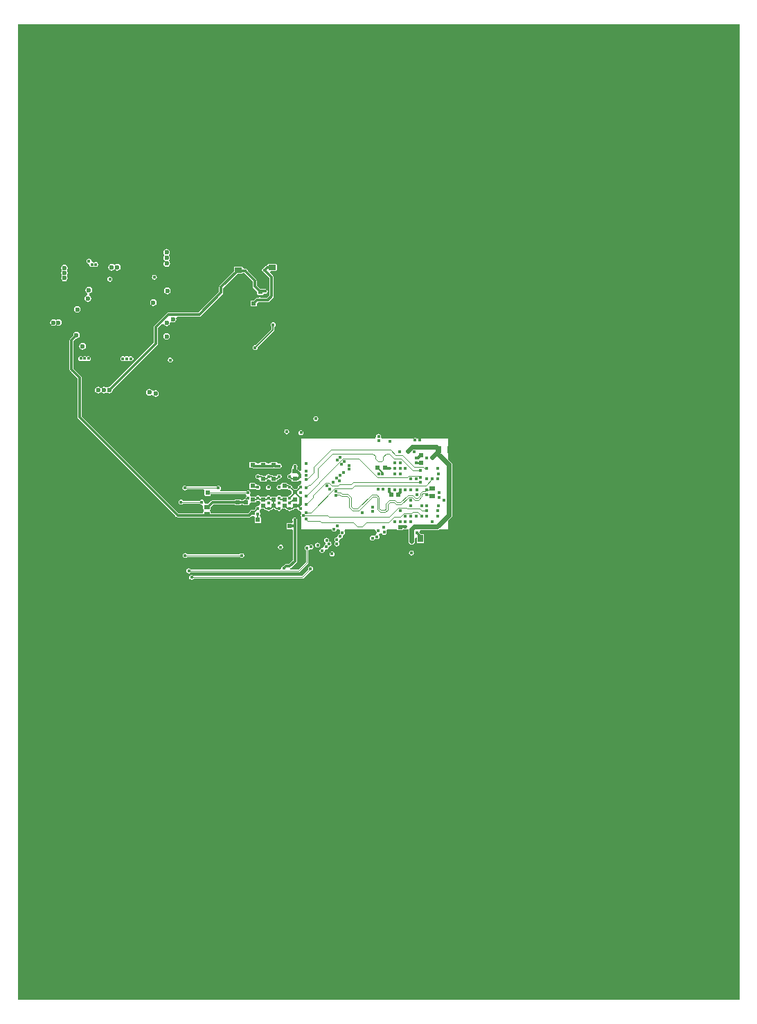
<source format=gbl>
G04 Layer_Physical_Order=6*
G04 Layer_Color=16711680*
%FSLAX43Y43*%
%MOMM*%
G71*
G01*
G75*
%ADD10R,0.510X0.560*%
%ADD13R,0.700X0.510*%
%ADD14R,0.560X0.510*%
%ADD20R,0.890X0.640*%
%ADD21R,0.640X0.890*%
%ADD24C,0.120*%
%ADD25C,0.200*%
%ADD26C,0.175*%
%ADD27C,0.100*%
%ADD28C,0.090*%
%ADD30C,0.300*%
%ADD33C,0.127*%
%ADD34C,0.130*%
%ADD36C,0.600*%
%ADD37C,0.250*%
%ADD39C,0.600*%
%ADD40C,0.400*%
G36*
X88592Y408D02*
X408D01*
Y119592D01*
X88592D01*
Y408D01*
D02*
G37*
%LPC*%
G36*
X31955Y66113D02*
X31395D01*
X31318Y66082D01*
X31305Y66048D01*
X31227Y65981D01*
X31077Y65921D01*
X31025Y65931D01*
X30973Y65921D01*
X30823Y65981D01*
X30745Y66048D01*
X30732Y66082D01*
X30655Y66113D01*
X30095D01*
X30018Y66082D01*
X30005Y66048D01*
X29927Y65981D01*
X29777Y65921D01*
X29725Y65931D01*
X29673Y65921D01*
X29523Y65981D01*
X29445Y66048D01*
X29432Y66082D01*
X29355Y66113D01*
X28795D01*
X28718Y66082D01*
X28687Y66005D01*
Y65495D01*
X28718Y65418D01*
X28795Y65387D01*
X29116D01*
X29200Y65370D01*
X29566D01*
X29608Y65342D01*
X29725Y65319D01*
X29842Y65342D01*
X29884Y65370D01*
X30250D01*
X30334Y65387D01*
X30416D01*
X30500Y65370D01*
X30866D01*
X30908Y65342D01*
X31025Y65319D01*
X31142Y65342D01*
X31184Y65370D01*
X31550D01*
X31634Y65387D01*
X31716D01*
X31800Y65370D01*
X32166D01*
X32208Y65342D01*
X32325Y65319D01*
X32442Y65342D01*
X32541Y65409D01*
X32608Y65508D01*
X32631Y65625D01*
X32608Y65742D01*
X32541Y65841D01*
X32442Y65908D01*
X32325Y65931D01*
X32273Y65921D01*
X32123Y65981D01*
X32045Y66048D01*
X32032Y66082D01*
X31955Y66113D01*
D02*
G37*
G36*
X35000Y70006D02*
X34883Y69983D01*
X34784Y69916D01*
X34717Y69817D01*
X34694Y69700D01*
X34717Y69583D01*
X34784Y69484D01*
X34883Y69417D01*
X35000Y69394D01*
X35117Y69417D01*
X35216Y69484D01*
X35283Y69583D01*
X35306Y69700D01*
X35283Y69817D01*
X35216Y69916D01*
X35117Y69983D01*
X35000Y70006D01*
D02*
G37*
G36*
X31025Y63331D02*
X30908Y63308D01*
X30809Y63241D01*
X30742Y63142D01*
X30719Y63025D01*
X30742Y62908D01*
X30809Y62809D01*
X30908Y62742D01*
X31025Y62719D01*
X31142Y62742D01*
X31241Y62809D01*
X31308Y62908D01*
X31331Y63025D01*
X31308Y63142D01*
X31241Y63241D01*
X31142Y63308D01*
X31025Y63331D01*
D02*
G37*
G36*
X32325Y64631D02*
X32208Y64608D01*
X32109Y64541D01*
X32109Y64541D01*
X32042Y64442D01*
X31955Y64438D01*
X31582D01*
X31560Y64460D01*
X31498Y64502D01*
X31425Y64516D01*
X31258D01*
X31241Y64541D01*
X31142Y64608D01*
X31025Y64631D01*
X30908Y64608D01*
X30809Y64541D01*
X30809Y64541D01*
X30742Y64442D01*
X30655Y64438D01*
X30282D01*
X30260Y64460D01*
X30198Y64502D01*
X30125Y64516D01*
X29958D01*
X29941Y64541D01*
X29842Y64608D01*
X29725Y64631D01*
X29608Y64608D01*
X29509Y64541D01*
X29442Y64442D01*
X29419Y64325D01*
X29442Y64208D01*
X29509Y64109D01*
X29608Y64042D01*
X29725Y64019D01*
X29777Y64029D01*
X29947Y63929D01*
X29987Y63887D01*
Y63820D01*
X30018Y63743D01*
X30095Y63712D01*
X30655D01*
X30732Y63743D01*
X30763Y63820D01*
Y63884D01*
X30775D01*
X30848Y63898D01*
X30910Y63940D01*
X30995Y64025D01*
X31025Y64019D01*
X31077Y64029D01*
X31247Y63929D01*
X31287Y63887D01*
Y63820D01*
X31318Y63743D01*
X31395Y63712D01*
X31955D01*
X32032Y63743D01*
X32063Y63820D01*
Y63884D01*
X32075D01*
X32148Y63898D01*
X32210Y63940D01*
X32295Y64025D01*
X32325Y64019D01*
X32442Y64042D01*
X32541Y64109D01*
X32608Y64208D01*
X32631Y64325D01*
X32608Y64442D01*
X32541Y64541D01*
X32442Y64608D01*
X32325Y64631D01*
D02*
G37*
G36*
X16450Y75033D02*
X16294Y75002D01*
X16162Y74913D01*
X16073Y74781D01*
X16042Y74625D01*
X16073Y74469D01*
X16162Y74337D01*
X16294Y74248D01*
X16450Y74217D01*
X16606Y74248D01*
X16645Y74274D01*
X16786Y74305D01*
X16914Y74221D01*
X16937Y74187D01*
X17069Y74098D01*
X17225Y74067D01*
X17381Y74098D01*
X17513Y74187D01*
X17602Y74319D01*
X17633Y74475D01*
X17602Y74631D01*
X17513Y74763D01*
X17381Y74852D01*
X17225Y74883D01*
X17069Y74852D01*
X17030Y74826D01*
X16889Y74795D01*
X16761Y74879D01*
X16738Y74913D01*
X16606Y75002D01*
X16450Y75033D01*
D02*
G37*
G36*
X19025Y78881D02*
X18908Y78858D01*
X18809Y78791D01*
X18742Y78692D01*
X18719Y78575D01*
X18742Y78458D01*
X18809Y78359D01*
X18908Y78292D01*
X19025Y78269D01*
X19142Y78292D01*
X19241Y78359D01*
X19308Y78458D01*
X19331Y78575D01*
X19308Y78692D01*
X19241Y78791D01*
X19142Y78858D01*
X19025Y78881D01*
D02*
G37*
G36*
X33250Y70131D02*
X33133Y70108D01*
X33034Y70041D01*
X32967Y69942D01*
X32944Y69825D01*
X32967Y69708D01*
X33034Y69609D01*
X33133Y69542D01*
X33250Y69519D01*
X33367Y69542D01*
X33466Y69609D01*
X33533Y69708D01*
X33556Y69825D01*
X33533Y69942D01*
X33466Y70041D01*
X33367Y70108D01*
X33250Y70131D01*
D02*
G37*
G36*
X36815Y71716D02*
X36698Y71693D01*
X36599Y71626D01*
X36533Y71527D01*
X36509Y71410D01*
X36533Y71293D01*
X36599Y71194D01*
X36698Y71127D01*
X36815Y71104D01*
X36932Y71127D01*
X37031Y71194D01*
X37098Y71293D01*
X37121Y71410D01*
X37098Y71527D01*
X37031Y71626D01*
X36932Y71693D01*
X36815Y71716D01*
D02*
G37*
G36*
X29355Y63538D02*
X28795D01*
X28718Y63507D01*
X28687Y63430D01*
Y62920D01*
X28718Y62843D01*
X28795Y62812D01*
X29355D01*
X29408Y62834D01*
X29492D01*
X29509Y62809D01*
X29608Y62742D01*
X29725Y62719D01*
X29842Y62742D01*
X29941Y62809D01*
X30008Y62908D01*
X30031Y63025D01*
X30008Y63142D01*
X29941Y63241D01*
X29842Y63308D01*
X29725Y63331D01*
X29673Y63321D01*
X29500Y63411D01*
X29452Y63456D01*
X29432Y63507D01*
X29355Y63538D01*
D02*
G37*
G36*
X48500Y55306D02*
X48383Y55283D01*
X48284Y55216D01*
X48217Y55117D01*
X48194Y55000D01*
X48217Y54883D01*
X48284Y54784D01*
X48383Y54717D01*
X48500Y54694D01*
X48617Y54717D01*
X48716Y54784D01*
X48783Y54883D01*
X48806Y55000D01*
X48783Y55117D01*
X48716Y55216D01*
X48617Y55283D01*
X48500Y55306D01*
D02*
G37*
G36*
X27750Y54981D02*
X27633Y54958D01*
X27534Y54891D01*
X27498Y54837D01*
X21077D01*
X21041Y54891D01*
X20942Y54958D01*
X20825Y54981D01*
X20708Y54958D01*
X20609Y54891D01*
X20542Y54792D01*
X20519Y54675D01*
X20542Y54558D01*
X20609Y54459D01*
X20708Y54392D01*
X20825Y54369D01*
X20942Y54392D01*
X21041Y54459D01*
X21077Y54513D01*
X27498D01*
X27534Y54459D01*
X27633Y54392D01*
X27750Y54369D01*
X27867Y54392D01*
X27966Y54459D01*
X28033Y54558D01*
X28056Y54675D01*
X28033Y54792D01*
X27966Y54891D01*
X27867Y54958D01*
X27750Y54981D01*
D02*
G37*
G36*
X36175Y53356D02*
X36058Y53333D01*
X35959Y53266D01*
X35892Y53167D01*
X35869Y53050D01*
X35882Y52986D01*
X35083Y52187D01*
X21890D01*
X21854Y52241D01*
X21755Y52308D01*
X21638Y52331D01*
X21520Y52308D01*
X21421Y52241D01*
X21355Y52142D01*
X21332Y52025D01*
X21355Y51908D01*
X21421Y51809D01*
X21520Y51742D01*
X21638Y51719D01*
X21755Y51742D01*
X21854Y51809D01*
X21890Y51863D01*
X35150D01*
X35265Y51910D01*
X36111Y52757D01*
X36175Y52744D01*
X36292Y52767D01*
X36391Y52834D01*
X36458Y52933D01*
X36481Y53050D01*
X36458Y53167D01*
X36391Y53266D01*
X36292Y53333D01*
X36175Y53356D01*
D02*
G37*
G36*
X38775Y55206D02*
X38658Y55183D01*
X38559Y55116D01*
X38492Y55017D01*
X38469Y54900D01*
X38492Y54783D01*
X38559Y54684D01*
X38658Y54617D01*
X38775Y54594D01*
X38892Y54617D01*
X38991Y54684D01*
X39058Y54783D01*
X39081Y54900D01*
X39058Y55017D01*
X38991Y55116D01*
X38892Y55183D01*
X38775Y55206D01*
D02*
G37*
G36*
X38145Y56831D02*
X38028Y56808D01*
X37929Y56741D01*
X37862Y56642D01*
X37839Y56525D01*
X37862Y56408D01*
X37929Y56309D01*
X38022Y56246D01*
X38017Y56048D01*
X37963Y56018D01*
X37864Y55951D01*
X37797Y55852D01*
X37779Y55759D01*
X37766Y55729D01*
X37587Y55599D01*
X37581Y55600D01*
X37464Y55577D01*
X37365Y55511D01*
X37298Y55411D01*
X37275Y55294D01*
X37298Y55177D01*
X37365Y55078D01*
X37464Y55012D01*
X37581Y54988D01*
X37698Y55012D01*
X37797Y55078D01*
X37863Y55177D01*
X37882Y55271D01*
X37895Y55300D01*
X38074Y55430D01*
X38080Y55429D01*
X38197Y55452D01*
X38296Y55519D01*
X38363Y55618D01*
X38386Y55735D01*
X38542Y55822D01*
X38641Y55889D01*
X38708Y55988D01*
X38731Y56105D01*
X38708Y56222D01*
X38641Y56321D01*
X38542Y56388D01*
X38428Y56410D01*
X38451Y56525D01*
X38428Y56642D01*
X38361Y56741D01*
X38262Y56808D01*
X38145Y56831D01*
D02*
G37*
G36*
X37045Y56251D02*
X36928Y56228D01*
X36829Y56161D01*
X36762Y56062D01*
X36739Y55945D01*
X36762Y55828D01*
X36829Y55729D01*
X36928Y55662D01*
X37045Y55639D01*
X37162Y55662D01*
X37261Y55729D01*
X37328Y55828D01*
X37351Y55945D01*
X37328Y56062D01*
X37261Y56161D01*
X37162Y56228D01*
X37045Y56251D01*
D02*
G37*
G36*
X32500Y56006D02*
X32383Y55983D01*
X32284Y55916D01*
X32217Y55817D01*
X32194Y55700D01*
X32217Y55583D01*
X32284Y55484D01*
X32383Y55417D01*
X32500Y55394D01*
X32617Y55417D01*
X32716Y55484D01*
X32783Y55583D01*
X32806Y55700D01*
X32783Y55817D01*
X32716Y55916D01*
X32617Y55983D01*
X32500Y56006D01*
D02*
G37*
G36*
X34250Y59356D02*
X34133Y59333D01*
X34034Y59266D01*
X33967Y59167D01*
X33944Y59050D01*
X33967Y58933D01*
X33995Y58891D01*
Y58828D01*
X33905Y58638D01*
X33345D01*
X33268Y58607D01*
X33237Y58530D01*
Y58020D01*
X33268Y57943D01*
X33345Y57912D01*
X33905D01*
X33995Y57722D01*
Y54106D01*
X33524Y53635D01*
X33155D01*
X33057Y53615D01*
X32975Y53560D01*
X32832Y53417D01*
X32783Y53408D01*
X32684Y53341D01*
X32617Y53242D01*
X32594Y53125D01*
X32437Y52928D01*
X21563D01*
X21504Y53016D01*
X21405Y53083D01*
X21288Y53106D01*
X21170Y53083D01*
X21071Y53016D01*
X21005Y52917D01*
X20982Y52800D01*
X21005Y52683D01*
X21071Y52584D01*
X21170Y52517D01*
X21288Y52494D01*
X21405Y52517D01*
X21504Y52584D01*
X21516Y52602D01*
X34690D01*
X34690Y52602D01*
X34752Y52614D01*
X34805Y52650D01*
X34928Y52772D01*
X34930Y52775D01*
X35865Y53710D01*
X35912Y53825D01*
Y55321D01*
X36097Y55449D01*
X36108Y55443D01*
X36108Y55442D01*
X36225Y55419D01*
X36342Y55442D01*
X36441Y55509D01*
X36508Y55608D01*
X36531Y55725D01*
X36508Y55842D01*
X36441Y55941D01*
X36342Y56008D01*
X36225Y56031D01*
X36108Y56008D01*
X36009Y55941D01*
X35842Y55908D01*
X35803Y55915D01*
X35750Y55937D01*
X35731Y55930D01*
X35725Y55931D01*
X35608Y55908D01*
X35509Y55841D01*
X35442Y55742D01*
X35419Y55625D01*
X35442Y55508D01*
X35509Y55409D01*
X35588Y55356D01*
Y53892D01*
X34700Y53005D01*
X34697Y53003D01*
X34622Y52928D01*
X33717D01*
X33696Y53138D01*
X33727Y53144D01*
X33810Y53200D01*
X34430Y53820D01*
X34485Y53902D01*
X34505Y54000D01*
Y58891D01*
X34533Y58933D01*
X34556Y59050D01*
X34533Y59167D01*
X34466Y59266D01*
X34367Y59333D01*
X34250Y59356D01*
D02*
G37*
G36*
X14200Y79031D02*
X14083Y79008D01*
X13984Y78941D01*
X13842Y79008D01*
X13725Y79031D01*
X13608Y79008D01*
X13475Y78955D01*
X13342Y79008D01*
X13225Y79031D01*
X13108Y79008D01*
X13009Y78941D01*
X12942Y78842D01*
X12919Y78725D01*
X12942Y78608D01*
X13009Y78509D01*
X13108Y78442D01*
X13225Y78419D01*
X13342Y78442D01*
X13475Y78495D01*
X13608Y78442D01*
X13725Y78419D01*
X13842Y78442D01*
X13941Y78509D01*
X14083Y78442D01*
X14200Y78419D01*
X14317Y78442D01*
X14416Y78509D01*
X14483Y78608D01*
X14506Y78725D01*
X14483Y78842D01*
X14416Y78941D01*
X14317Y79008D01*
X14200Y79031D01*
D02*
G37*
G36*
X18650Y87433D02*
X18494Y87402D01*
X18362Y87313D01*
X18273Y87181D01*
X18242Y87025D01*
X18273Y86869D01*
X18362Y86737D01*
X18494Y86648D01*
X18650Y86617D01*
X18806Y86648D01*
X18938Y86737D01*
X19027Y86869D01*
X19058Y87025D01*
X19027Y87181D01*
X18938Y87313D01*
X18806Y87402D01*
X18650Y87433D01*
D02*
G37*
G36*
X27795Y90003D02*
X26905D01*
X26828Y89972D01*
X26797Y89895D01*
Y89382D01*
X25070Y87655D01*
X25015Y87573D01*
X24995Y87475D01*
Y86906D01*
X22469Y84380D01*
X18775D01*
X18677Y84360D01*
X18595Y84305D01*
X17095Y82805D01*
X17040Y82723D01*
X17020Y82625D01*
Y80706D01*
X11615Y75300D01*
X11575Y75308D01*
X11419Y75277D01*
X11393Y75260D01*
X11238Y75205D01*
X11082Y75260D01*
X11056Y75277D01*
X10900Y75308D01*
X10744Y75277D01*
X10612Y75188D01*
X10488D01*
X10356Y75277D01*
X10200Y75308D01*
X10044Y75277D01*
X9912Y75188D01*
X9823Y75056D01*
X9792Y74900D01*
X9823Y74744D01*
X9912Y74612D01*
X10044Y74523D01*
X10200Y74492D01*
X10356Y74523D01*
X10488Y74612D01*
X10612D01*
X10744Y74523D01*
X10900Y74492D01*
X11056Y74523D01*
X11082Y74540D01*
X11238Y74595D01*
X11393Y74540D01*
X11419Y74523D01*
X11575Y74492D01*
X11731Y74523D01*
X11863Y74612D01*
X11952Y74744D01*
X11983Y74900D01*
X11975Y74939D01*
X17455Y80420D01*
X17510Y80502D01*
X17530Y80600D01*
Y82519D01*
X17983Y82973D01*
X18050Y82972D01*
X18230Y82922D01*
X18287Y82837D01*
X18419Y82748D01*
X18575Y82717D01*
X18731Y82748D01*
X18863Y82837D01*
X18952Y82969D01*
X18976Y83091D01*
X19088Y83169D01*
X19181Y83207D01*
X19194Y83198D01*
X19350Y83167D01*
X19506Y83198D01*
X19638Y83287D01*
X19727Y83419D01*
X19758Y83575D01*
X19741Y83660D01*
X19846Y83835D01*
X19886Y83870D01*
X22575D01*
X22673Y83890D01*
X22755Y83945D01*
X25430Y86620D01*
X25485Y86702D01*
X25505Y86800D01*
Y87369D01*
X27282Y89147D01*
X27795D01*
X27872Y89178D01*
X28072Y89174D01*
X28083Y89167D01*
X28101Y89164D01*
X29070Y88194D01*
Y87600D01*
X29090Y87502D01*
X29145Y87420D01*
X29637Y86928D01*
Y86645D01*
X29668Y86568D01*
X29745Y86537D01*
X30305D01*
X30382Y86568D01*
X30466Y86651D01*
X30623Y86669D01*
X30625Y86669D01*
X30742Y86692D01*
X30841Y86759D01*
X30908Y86858D01*
X30931Y86975D01*
X30908Y87092D01*
X30841Y87191D01*
X30742Y87258D01*
X30625Y87281D01*
X30508Y87258D01*
X30504Y87255D01*
X30325D01*
X30305Y87263D01*
X30022D01*
X29580Y87706D01*
Y88300D01*
X29560Y88398D01*
X29505Y88480D01*
X28499Y89487D01*
X28483Y89567D01*
X28416Y89666D01*
X28317Y89733D01*
X28200Y89756D01*
X28113Y89739D01*
X28004Y89783D01*
X27903Y89847D01*
Y89895D01*
X27872Y89972D01*
X27795Y90003D01*
D02*
G37*
G36*
X12550Y90308D02*
X12394Y90277D01*
X12262Y90188D01*
X12138D01*
X12006Y90277D01*
X11850Y90308D01*
X11694Y90277D01*
X11562Y90188D01*
X11473Y90056D01*
X11442Y89900D01*
X11473Y89744D01*
X11562Y89612D01*
X11694Y89523D01*
X11850Y89492D01*
X12006Y89523D01*
X12138Y89612D01*
X12262D01*
X12394Y89523D01*
X12550Y89492D01*
X12706Y89523D01*
X12838Y89612D01*
X12927Y89744D01*
X12958Y89900D01*
X12927Y90056D01*
X12838Y90188D01*
X12706Y90277D01*
X12550Y90308D01*
D02*
G37*
G36*
X31920Y90328D02*
X31030D01*
X30953Y90297D01*
X30922Y90220D01*
Y90155D01*
X30875D01*
X30777Y90135D01*
X30695Y90080D01*
X30482Y89867D01*
X30433Y89858D01*
X30334Y89791D01*
X30267Y89692D01*
X30244Y89575D01*
X30267Y89458D01*
X30334Y89359D01*
X30433Y89292D01*
X30482Y89283D01*
X31145Y88619D01*
Y86481D01*
X30844Y86180D01*
X30109D01*
X30067Y86208D01*
X29950Y86231D01*
X29833Y86208D01*
X29791Y86180D01*
X29650D01*
X29552Y86160D01*
X29470Y86105D01*
X29203Y85838D01*
X28920D01*
X28843Y85807D01*
X28812Y85730D01*
Y85220D01*
X28843Y85143D01*
X28920Y85112D01*
X29480D01*
X29557Y85143D01*
X29588Y85220D01*
Y85503D01*
X29756Y85670D01*
X29791D01*
X29833Y85642D01*
X29950Y85619D01*
X30067Y85642D01*
X30109Y85670D01*
X30950D01*
X31048Y85690D01*
X31130Y85745D01*
X31580Y86195D01*
X31635Y86277D01*
X31655Y86375D01*
Y88725D01*
X31635Y88823D01*
X31580Y88905D01*
X31224Y89262D01*
X31311Y89472D01*
X31920D01*
X31997Y89503D01*
X32028Y89580D01*
Y90220D01*
X31997Y90297D01*
X31920Y90328D01*
D02*
G37*
G36*
X11625Y88756D02*
X11508Y88733D01*
X11409Y88666D01*
X11342Y88567D01*
X11319Y88450D01*
X11342Y88333D01*
X11409Y88234D01*
X11508Y88167D01*
X11625Y88144D01*
X11742Y88167D01*
X11841Y88234D01*
X11908Y88333D01*
X11931Y88450D01*
X11908Y88567D01*
X11841Y88666D01*
X11742Y88733D01*
X11625Y88756D01*
D02*
G37*
G36*
X18575Y92158D02*
X18419Y92127D01*
X18287Y92038D01*
X18198Y91906D01*
X18167Y91750D01*
X18198Y91594D01*
X18287Y91462D01*
Y91338D01*
X18198Y91206D01*
X18167Y91050D01*
X18198Y90894D01*
X18235Y90839D01*
X18312Y90638D01*
X18223Y90506D01*
X18192Y90350D01*
X18223Y90194D01*
X18312Y90062D01*
X18444Y89973D01*
X18600Y89942D01*
X18756Y89973D01*
X18888Y90062D01*
X18977Y90194D01*
X19008Y90350D01*
X18977Y90506D01*
X18940Y90561D01*
X18863Y90762D01*
X18952Y90894D01*
X18983Y91050D01*
X18952Y91206D01*
X18863Y91338D01*
Y91462D01*
X18952Y91594D01*
X18983Y91750D01*
X18952Y91906D01*
X18863Y92038D01*
X18731Y92127D01*
X18575Y92158D01*
D02*
G37*
G36*
X9075Y90956D02*
X8958Y90933D01*
X8859Y90866D01*
X8792Y90767D01*
X8769Y90650D01*
X8792Y90533D01*
X8859Y90434D01*
X8958Y90367D01*
X9075Y90344D01*
X9164Y90148D01*
X9167Y90133D01*
X9234Y90034D01*
X9333Y89967D01*
X9450Y89944D01*
X9567Y89967D01*
X9666Y90034D01*
X9684D01*
X9783Y89967D01*
X9900Y89944D01*
X10017Y89967D01*
X10116Y90034D01*
X10183Y90133D01*
X10206Y90250D01*
X10183Y90367D01*
X10116Y90466D01*
X10017Y90533D01*
X9900Y90556D01*
X9783Y90533D01*
X9684Y90466D01*
X9666D01*
X9567Y90533D01*
X9450Y90556D01*
X9361Y90752D01*
X9358Y90767D01*
X9291Y90866D01*
X9192Y90933D01*
X9075Y90956D01*
D02*
G37*
G36*
X6075Y90233D02*
X5919Y90202D01*
X5787Y90113D01*
X5698Y89981D01*
X5667Y89825D01*
X5698Y89669D01*
X5775Y89512D01*
X5698Y89356D01*
X5667Y89200D01*
X5698Y89044D01*
X5775Y88887D01*
X5698Y88731D01*
X5667Y88575D01*
X5698Y88419D01*
X5787Y88287D01*
X5919Y88198D01*
X6075Y88167D01*
X6231Y88198D01*
X6363Y88287D01*
X6452Y88419D01*
X6483Y88575D01*
X6452Y88731D01*
X6375Y88887D01*
X6452Y89044D01*
X6483Y89200D01*
X6452Y89356D01*
X6375Y89512D01*
X6452Y89669D01*
X6483Y89825D01*
X6452Y89981D01*
X6363Y90113D01*
X6231Y90202D01*
X6075Y90233D01*
D02*
G37*
G36*
X17075Y89006D02*
X16958Y88983D01*
X16859Y88916D01*
X16792Y88817D01*
X16769Y88700D01*
X16792Y88583D01*
X16859Y88484D01*
X16958Y88417D01*
X17075Y88394D01*
X17192Y88417D01*
X17291Y88484D01*
X17358Y88583D01*
X17381Y88700D01*
X17358Y88817D01*
X17291Y88916D01*
X17192Y88983D01*
X17075Y89006D01*
D02*
G37*
G36*
X31575Y83181D02*
X31458Y83158D01*
X31359Y83091D01*
X31292Y82992D01*
X31269Y82875D01*
X31292Y82758D01*
X31359Y82659D01*
X31407Y82627D01*
Y82370D01*
X29432Y80395D01*
X29375Y80406D01*
X29258Y80383D01*
X29159Y80316D01*
X29092Y80217D01*
X29069Y80100D01*
X29092Y79983D01*
X29159Y79884D01*
X29258Y79817D01*
X29375Y79794D01*
X29492Y79817D01*
X29591Y79884D01*
X29658Y79983D01*
X29681Y80100D01*
X29670Y80157D01*
X31694Y82181D01*
X31730Y82236D01*
X31743Y82300D01*
Y82627D01*
X31791Y82659D01*
X31858Y82758D01*
X31881Y82875D01*
X31858Y82992D01*
X31791Y83091D01*
X31692Y83158D01*
X31575Y83181D01*
D02*
G37*
G36*
X18575Y81858D02*
X18419Y81827D01*
X18287Y81738D01*
X18198Y81606D01*
X18167Y81450D01*
X18198Y81294D01*
X18287Y81162D01*
X18419Y81073D01*
X18575Y81042D01*
X18731Y81073D01*
X18863Y81162D01*
X18952Y81294D01*
X18983Y81450D01*
X18952Y81606D01*
X18863Y81738D01*
X18731Y81827D01*
X18575Y81858D01*
D02*
G37*
G36*
X9000Y79081D02*
X8883Y79058D01*
X8784Y78991D01*
X8766D01*
X8667Y79058D01*
X8550Y79081D01*
X8433Y79058D01*
X8334Y78991D01*
X8291D01*
X8192Y79058D01*
X8075Y79081D01*
X7958Y79058D01*
X7859Y78991D01*
X7792Y78892D01*
X7769Y78775D01*
X7792Y78658D01*
X7859Y78559D01*
X7958Y78492D01*
X8075Y78469D01*
X8192Y78492D01*
X8312Y78549D01*
X8433Y78492D01*
X8550Y78469D01*
X8667Y78492D01*
X8775Y78554D01*
X8883Y78492D01*
X9000Y78469D01*
X9117Y78492D01*
X9216Y78559D01*
X9283Y78658D01*
X9306Y78775D01*
X9283Y78892D01*
X9216Y78991D01*
X9117Y79058D01*
X9000Y79081D01*
D02*
G37*
G36*
X8300Y80658D02*
X8144Y80627D01*
X8012Y80538D01*
X7923Y80406D01*
X7892Y80250D01*
X7923Y80094D01*
X8012Y79962D01*
X8144Y79873D01*
X8300Y79842D01*
X8456Y79873D01*
X8588Y79962D01*
X8677Y80094D01*
X8708Y80250D01*
X8677Y80406D01*
X8588Y80538D01*
X8456Y80627D01*
X8300Y80658D01*
D02*
G37*
G36*
X7550Y82008D02*
X7394Y81977D01*
X7262Y81888D01*
X7173Y81756D01*
X7142Y81600D01*
X7150Y81561D01*
X6770Y81180D01*
X6715Y81098D01*
X6695Y81000D01*
Y77425D01*
X6715Y77327D01*
X6770Y77245D01*
X7670Y76344D01*
Y71600D01*
X7690Y71502D01*
X7745Y71420D01*
X19745Y59420D01*
X19827Y59365D01*
X19925Y59345D01*
X28650D01*
X28748Y59365D01*
X28830Y59420D01*
X28922Y59512D01*
X29249D01*
X29362Y59305D01*
Y58745D01*
X29393Y58668D01*
X29470Y58637D01*
X29980D01*
X30057Y58668D01*
X30088Y58745D01*
Y59305D01*
X30057Y59382D01*
X30055Y59382D01*
X30027Y59426D01*
X29983Y59576D01*
X29983Y59622D01*
X30008Y59658D01*
X30031Y59775D01*
X30008Y59892D01*
X29949Y59980D01*
X29941Y59991D01*
Y60209D01*
X29949Y60220D01*
X30008Y60308D01*
X30095Y60412D01*
X30226Y60412D01*
X30450D01*
X30581Y60281D01*
X30581Y60281D01*
X30647Y60237D01*
X30725Y60221D01*
X30725Y60221D01*
X30800D01*
X30809Y60209D01*
X30908Y60142D01*
X31025Y60119D01*
X31142Y60142D01*
X31241Y60209D01*
X31250Y60221D01*
X31325D01*
X31403Y60237D01*
X31469Y60281D01*
X31600Y60412D01*
X31750D01*
X31881Y60281D01*
X31881Y60281D01*
X31947Y60237D01*
X32025Y60221D01*
X32025Y60221D01*
X32100D01*
X32109Y60209D01*
X32208Y60142D01*
X32325Y60119D01*
X32442Y60142D01*
X32541Y60209D01*
X32608Y60308D01*
X32695Y60412D01*
X32826Y60412D01*
X33050D01*
X33181Y60281D01*
X33181Y60281D01*
X33247Y60237D01*
X33325Y60221D01*
X33325Y60221D01*
X33400D01*
X33409Y60209D01*
X33508Y60142D01*
X33625Y60119D01*
X33742Y60142D01*
X33841Y60209D01*
X33850Y60221D01*
X33925D01*
X34003Y60237D01*
X34069Y60281D01*
X34200Y60412D01*
X34424D01*
X34555Y60412D01*
X34642Y60308D01*
X34709Y60209D01*
X34808Y60142D01*
X34925Y60119D01*
X35013Y60011D01*
X35069Y59821D01*
X35002Y59722D01*
X34979Y59605D01*
X35002Y59488D01*
X35069Y59389D01*
X35075Y59385D01*
Y57875D01*
X38749D01*
X38767Y57783D01*
X38834Y57684D01*
X38933Y57617D01*
X39050Y57594D01*
X39167Y57617D01*
X39266Y57684D01*
X39333Y57783D01*
X39351Y57875D01*
X39715D01*
X39751Y57827D01*
X39808Y57665D01*
X39772Y57612D01*
X39749Y57495D01*
X39772Y57378D01*
X39673Y57318D01*
X39574Y57251D01*
X39507Y57152D01*
X39484Y57035D01*
X39380Y56916D01*
X39263Y56893D01*
X39164Y56826D01*
X39097Y56727D01*
X39074Y56610D01*
X39097Y56493D01*
X39150Y56360D01*
X39097Y56227D01*
X39074Y56110D01*
X39097Y55993D01*
X39164Y55894D01*
X39263Y55827D01*
X39380Y55804D01*
X39497Y55827D01*
X39596Y55894D01*
X39663Y55993D01*
X39686Y56110D01*
X39663Y56227D01*
X39610Y56360D01*
X39663Y56493D01*
X39686Y56610D01*
X39790Y56729D01*
X39907Y56752D01*
X40006Y56819D01*
X40073Y56918D01*
X40096Y57035D01*
X40073Y57152D01*
X40172Y57212D01*
X40271Y57279D01*
X40338Y57378D01*
X40361Y57495D01*
X40338Y57612D01*
X40302Y57665D01*
X40359Y57827D01*
X40395Y57875D01*
X43981D01*
X44159Y57710D01*
X44182Y57593D01*
X44249Y57494D01*
X44198Y57275D01*
X44181Y57271D01*
X44082Y57205D01*
X44059Y57171D01*
X44016Y57116D01*
X43907Y57092D01*
X43812Y57080D01*
X43716Y57099D01*
X43599Y57076D01*
X43500Y57010D01*
X43434Y56911D01*
X43410Y56794D01*
X43434Y56676D01*
X43500Y56577D01*
X43599Y56511D01*
X43716Y56488D01*
X43833Y56511D01*
X43933Y56577D01*
X44068Y56665D01*
X44118Y56689D01*
X44298Y56683D01*
X44415Y56706D01*
X44514Y56772D01*
X44580Y56872D01*
X44604Y56989D01*
X44580Y57106D01*
X44547Y57156D01*
X44599Y57382D01*
X44696Y57439D01*
X44897Y57408D01*
X44964Y57308D01*
X45063Y57242D01*
X45180Y57219D01*
X45297Y57242D01*
X45396Y57308D01*
X45463Y57408D01*
X45486Y57525D01*
X45463Y57642D01*
X45447Y57665D01*
X45545Y57875D01*
X46745D01*
X46768Y57818D01*
X46845Y57787D01*
X47405D01*
X47482Y57818D01*
X47505Y57875D01*
X47745D01*
X47775Y57869D01*
X47805Y57875D01*
X48117D01*
Y56400D01*
X48148Y56244D01*
X48237Y56111D01*
X48369Y56023D01*
X48525Y55992D01*
X48681Y56023D01*
X48813Y56111D01*
X48902Y56244D01*
X48933Y56400D01*
Y56801D01*
X49143Y56913D01*
X49197Y56877D01*
Y56305D01*
X49228Y56228D01*
X49305Y56197D01*
X49945D01*
X50022Y56228D01*
X50053Y56305D01*
Y57195D01*
X50022Y57272D01*
X49945Y57303D01*
X49642D01*
X49452Y57493D01*
X49439Y57559D01*
X49490Y57668D01*
X49567Y57769D01*
X51652D01*
X51652Y57769D01*
X51808Y57800D01*
X51920Y57875D01*
X52999D01*
Y58947D01*
X53363Y59312D01*
X53363Y59312D01*
X53452Y59444D01*
X53483Y59600D01*
Y65800D01*
X53483Y65800D01*
X53452Y65956D01*
X53363Y66088D01*
X52999Y66453D01*
Y68975D01*
X49177D01*
X49166Y68991D01*
X49067Y69058D01*
X48950Y69081D01*
X48833Y69058D01*
X48734Y68991D01*
X48723Y68975D01*
X44935D01*
X44895Y69009D01*
X44789Y69185D01*
X44798Y69230D01*
X44775Y69347D01*
X44709Y69446D01*
X44610Y69513D01*
X44492Y69536D01*
X44375Y69513D01*
X44276Y69446D01*
X44210Y69347D01*
X44187Y69230D01*
X44196Y69185D01*
X44089Y69009D01*
X44049Y68975D01*
X35075Y68975D01*
X35075Y65035D01*
X34881Y64954D01*
X34705Y65130D01*
X34623Y65185D01*
X34538Y65202D01*
Y65230D01*
X34530Y65250D01*
Y65416D01*
X34558Y65458D01*
X34581Y65575D01*
X34558Y65692D01*
X34491Y65791D01*
X34392Y65858D01*
X34275Y65881D01*
X34158Y65858D01*
X34059Y65791D01*
X33992Y65692D01*
X33969Y65575D01*
X33974Y65548D01*
X33936Y65401D01*
X33843Y65307D01*
X33812Y65230D01*
Y64794D01*
X33625Y64631D01*
X33618Y64629D01*
X33508Y64608D01*
X33409Y64541D01*
X33342Y64442D01*
X33319Y64325D01*
X33342Y64208D01*
X33409Y64109D01*
X33508Y64042D01*
X33625Y64019D01*
X33655Y64025D01*
X33740Y63940D01*
X33802Y63898D01*
X33875Y63884D01*
X33887D01*
Y63820D01*
X33918Y63743D01*
X33995Y63712D01*
X34555D01*
X34632Y63743D01*
X34663Y63820D01*
Y63823D01*
X34748Y63840D01*
X34830Y63895D01*
X34865Y63930D01*
X35075Y63843D01*
Y63515D01*
X34925Y63331D01*
X34808Y63308D01*
X34709Y63241D01*
X34642Y63142D01*
X34619Y63025D01*
X34625Y62995D01*
X34418Y62788D01*
X34207D01*
X34108Y62888D01*
X34046Y62929D01*
X33931Y63025D01*
X33908Y63142D01*
X33841Y63241D01*
X33742Y63308D01*
X33625Y63331D01*
X33590Y63324D01*
X33548Y63352D01*
X33475Y63366D01*
X33363D01*
Y63430D01*
X33332Y63507D01*
X33255Y63538D01*
X32695D01*
X32618Y63507D01*
X32598Y63456D01*
X32550Y63411D01*
X32377Y63321D01*
X32325Y63331D01*
X32208Y63308D01*
X32109Y63241D01*
X32042Y63142D01*
X32019Y63025D01*
X32042Y62908D01*
X32109Y62809D01*
X32208Y62742D01*
X32325Y62719D01*
X32442Y62742D01*
X32444Y62744D01*
X32618Y62843D01*
X32695Y62812D01*
X33255D01*
X33332Y62843D01*
X33506Y62744D01*
X33508Y62742D01*
X33625Y62719D01*
X33655Y62725D01*
X33762Y62617D01*
X33824Y62576D01*
X33887Y62563D01*
Y62257D01*
X33655Y62025D01*
X33625Y62031D01*
X33508Y62008D01*
X33409Y61941D01*
X33332Y61857D01*
X33255Y61888D01*
X32695D01*
X32618Y61857D01*
X32541Y61941D01*
X32442Y62008D01*
X32325Y62031D01*
X32208Y62008D01*
X32109Y61941D01*
X32032Y61857D01*
X31955Y61888D01*
X31395D01*
X31318Y61857D01*
X31241Y61941D01*
X31142Y62008D01*
X31025Y62031D01*
X30908Y62008D01*
X30809Y61941D01*
X30732Y61857D01*
X30655Y61888D01*
X30095D01*
X30018Y61857D01*
X29941Y61941D01*
X29842Y62008D01*
X29725Y62031D01*
X29608Y62008D01*
X29509Y61941D01*
X29458Y61866D01*
X29405Y61888D01*
X28929D01*
X28761Y62038D01*
X28741Y62073D01*
Y62134D01*
X28769Y62175D01*
X28808Y62233D01*
X28831Y62350D01*
X28808Y62467D01*
X28741Y62566D01*
X28642Y62633D01*
X28525Y62656D01*
X28408Y62633D01*
X28309Y62566D01*
X28273Y62512D01*
X25168D01*
X25104Y62722D01*
X25106Y62724D01*
X25173Y62823D01*
X25196Y62940D01*
X25173Y63057D01*
X25106Y63156D01*
X25007Y63223D01*
X24890Y63246D01*
X24773Y63223D01*
X24674Y63156D01*
X24641Y63107D01*
X21056D01*
X21016Y63166D01*
X20917Y63233D01*
X20800Y63256D01*
X20683Y63233D01*
X20584Y63166D01*
X20517Y63067D01*
X20494Y62950D01*
X20517Y62833D01*
X20584Y62734D01*
X20683Y62667D01*
X20800Y62644D01*
X20917Y62667D01*
X21016Y62734D01*
X21056Y62793D01*
X23056D01*
X23056Y62793D01*
X23212Y62630D01*
X23212Y62583D01*
Y62070D01*
X23243Y61993D01*
X23320Y61962D01*
X23830D01*
X23907Y61993D01*
X23938Y62070D01*
Y62188D01*
X28273D01*
X28281Y62175D01*
X28309Y61941D01*
X28281Y61900D01*
X28242Y61842D01*
X28219Y61725D01*
X28222Y61710D01*
X28156Y61644D01*
X28112Y61578D01*
X28104Y61538D01*
X28020D01*
X27943Y61507D01*
X27912Y61430D01*
Y61430D01*
X27663D01*
Y61430D01*
X27632Y61507D01*
X27555Y61538D01*
X26995D01*
X26918Y61507D01*
X26887Y61430D01*
Y61430D01*
X24175D01*
X24077Y61410D01*
X23995Y61355D01*
X23628Y60988D01*
X23312D01*
X23297Y60996D01*
X23156Y61198D01*
X23156Y61200D01*
X23133Y61317D01*
X23066Y61416D01*
X22967Y61483D01*
X22850Y61506D01*
X22733Y61483D01*
X22634Y61416D01*
X22594Y61357D01*
X20581D01*
X20541Y61416D01*
X20442Y61483D01*
X20325Y61506D01*
X20208Y61483D01*
X20109Y61416D01*
X20042Y61317D01*
X20019Y61200D01*
X20042Y61083D01*
X20109Y60984D01*
X20208Y60917D01*
X20325Y60894D01*
X20442Y60917D01*
X20541Y60984D01*
X20581Y61043D01*
X22594D01*
X22634Y60984D01*
X22733Y60917D01*
X22839Y60896D01*
X22850Y60894D01*
X23042Y60734D01*
Y60370D01*
X23073Y60293D01*
X23101Y60282D01*
Y60068D01*
X23073Y60057D01*
X23042Y59980D01*
Y59855D01*
X20031D01*
X8180Y71706D01*
Y76450D01*
X8160Y76548D01*
X8105Y76630D01*
X7205Y77531D01*
Y80894D01*
X7510Y81200D01*
X7550Y81192D01*
X7706Y81223D01*
X7838Y81312D01*
X7927Y81444D01*
X7958Y81600D01*
X7927Y81756D01*
X7838Y81888D01*
X7706Y81977D01*
X7550Y82008D01*
D02*
G37*
G36*
X16950Y85983D02*
X16794Y85952D01*
X16662Y85863D01*
X16573Y85731D01*
X16542Y85575D01*
X16573Y85419D01*
X16662Y85287D01*
X16794Y85198D01*
X16950Y85167D01*
X17106Y85198D01*
X17238Y85287D01*
X17327Y85419D01*
X17358Y85575D01*
X17327Y85731D01*
X17238Y85863D01*
X17106Y85952D01*
X16950Y85983D01*
D02*
G37*
G36*
X9050Y87508D02*
X8894Y87477D01*
X8762Y87388D01*
X8673Y87256D01*
X8642Y87100D01*
X8673Y86944D01*
X8762Y86812D01*
X8860Y86746D01*
X8894Y86723D01*
X8905Y86713D01*
X8863Y86492D01*
X8850Y86488D01*
X8794Y86477D01*
X8662Y86388D01*
X8573Y86256D01*
X8542Y86100D01*
X8573Y85944D01*
X8662Y85812D01*
X8794Y85723D01*
X8950Y85692D01*
X9106Y85723D01*
X9238Y85812D01*
X9327Y85944D01*
X9358Y86100D01*
X9327Y86256D01*
X9238Y86388D01*
X9140Y86454D01*
X9106Y86477D01*
X9095Y86487D01*
X9137Y86709D01*
X9150Y86712D01*
X9206Y86723D01*
X9338Y86812D01*
X9427Y86944D01*
X9458Y87100D01*
X9427Y87256D01*
X9338Y87388D01*
X9206Y87477D01*
X9050Y87508D01*
D02*
G37*
G36*
X5350Y83558D02*
X5194Y83527D01*
X5037Y83450D01*
X4881Y83527D01*
X4725Y83558D01*
X4569Y83527D01*
X4437Y83438D01*
X4348Y83306D01*
X4317Y83150D01*
X4348Y82994D01*
X4437Y82862D01*
X4569Y82773D01*
X4725Y82742D01*
X4881Y82773D01*
X5037Y82850D01*
X5194Y82773D01*
X5350Y82742D01*
X5506Y82773D01*
X5638Y82862D01*
X5727Y82994D01*
X5758Y83150D01*
X5727Y83306D01*
X5638Y83438D01*
X5506Y83527D01*
X5350Y83558D01*
D02*
G37*
G36*
X7650Y85158D02*
X7494Y85127D01*
X7362Y85038D01*
X7273Y84906D01*
X7242Y84750D01*
X7273Y84594D01*
X7362Y84462D01*
X7494Y84373D01*
X7650Y84342D01*
X7806Y84373D01*
X7938Y84462D01*
X8027Y84594D01*
X8058Y84750D01*
X8027Y84906D01*
X7938Y85038D01*
X7806Y85127D01*
X7650Y85158D01*
D02*
G37*
%LPD*%
G36*
X29781Y61381D02*
X29847Y61337D01*
X29925Y61321D01*
X30018Y61124D01*
Y61107D01*
X30018Y61107D01*
X29987Y61030D01*
Y60863D01*
X29947Y60821D01*
X29777Y60721D01*
X29725Y60731D01*
X29608Y60708D01*
X29509Y60641D01*
X29442Y60542D01*
X29419Y60425D01*
X29422Y60410D01*
X29250Y60238D01*
X28845D01*
X28768Y60207D01*
X28737Y60130D01*
Y60047D01*
X28544Y59855D01*
X23958D01*
Y59980D01*
X23927Y60057D01*
X23899Y60068D01*
Y60282D01*
X23927Y60293D01*
X23958Y60370D01*
Y60598D01*
X24281Y60920D01*
X26887D01*
Y60920D01*
X26918Y60843D01*
X26995Y60812D01*
X27555D01*
X27632Y60843D01*
X27663Y60920D01*
Y60920D01*
X27912D01*
Y60920D01*
X27943Y60843D01*
X28020Y60812D01*
X28580D01*
X28657Y60843D01*
X28688Y60920D01*
Y60999D01*
X28845Y61162D01*
X29405D01*
X29482Y61193D01*
X29513Y61270D01*
Y61321D01*
X29525D01*
X29603Y61337D01*
X29669Y61381D01*
X29710Y61422D01*
X29725Y61419D01*
X29740Y61422D01*
X29781Y61381D01*
D02*
G37*
D10*
X22675Y62350D02*
D03*
X23575D02*
D03*
X45250Y65375D02*
D03*
X44350D02*
D03*
X46025Y62125D02*
D03*
X46925D02*
D03*
X33275Y64950D02*
D03*
X34175D02*
D03*
X30625Y59025D02*
D03*
X29725D02*
D03*
D13*
X51025Y62850D02*
D03*
Y61950D02*
D03*
X23500Y59725D02*
D03*
Y60625D02*
D03*
D14*
X27275Y60275D02*
D03*
Y61175D02*
D03*
X28300Y60275D02*
D03*
Y61175D02*
D03*
X47125Y58150D02*
D03*
Y57250D02*
D03*
X49675Y66000D02*
D03*
Y66900D02*
D03*
X32975Y59875D02*
D03*
Y60775D02*
D03*
X34275Y63175D02*
D03*
Y64075D02*
D03*
Y61525D02*
D03*
Y62425D02*
D03*
Y59875D02*
D03*
Y60775D02*
D03*
X31675Y62425D02*
D03*
Y61525D02*
D03*
Y59875D02*
D03*
Y60775D02*
D03*
X30375Y59875D02*
D03*
Y60775D02*
D03*
Y62425D02*
D03*
Y61525D02*
D03*
X32975Y62425D02*
D03*
Y61525D02*
D03*
X30375Y63175D02*
D03*
Y64075D02*
D03*
X29075Y64850D02*
D03*
Y65750D02*
D03*
Y64075D02*
D03*
Y63175D02*
D03*
X31675D02*
D03*
Y64075D02*
D03*
Y64850D02*
D03*
Y65750D02*
D03*
X30375Y64850D02*
D03*
Y65750D02*
D03*
X33625Y59175D02*
D03*
Y58275D02*
D03*
X29125Y60775D02*
D03*
Y59875D02*
D03*
X30025Y87800D02*
D03*
Y86900D02*
D03*
X29200Y86375D02*
D03*
Y85475D02*
D03*
X32975Y64075D02*
D03*
Y63175D02*
D03*
X29125Y62425D02*
D03*
Y61525D02*
D03*
D20*
X31475Y89900D02*
D03*
Y91300D02*
D03*
X27350Y88175D02*
D03*
Y89575D02*
D03*
D21*
X53225Y67625D02*
D03*
X51825D02*
D03*
X51025Y56750D02*
D03*
X49625D02*
D03*
D24*
X49570Y65072D02*
X49572D01*
X48674D02*
X49570D01*
X51029Y64021D02*
X51033Y64025D01*
X50254Y63246D02*
X51029Y64021D01*
X49229Y59982D02*
X49731Y59481D01*
X35587Y59132D02*
X35807Y58912D01*
X41383Y63665D02*
X49600D01*
X49792Y60137D02*
X50367D01*
X49528Y60402D02*
X49792Y60137D01*
X35302Y59592D02*
X35304Y59590D01*
X38208D01*
X35650Y60935D02*
X36480Y61765D01*
Y62020D01*
X35625Y61950D02*
X35654D01*
X37222Y63517D01*
X35625Y62950D02*
X35961Y63286D01*
X36127D01*
X35650Y63950D02*
X35700D01*
X36578Y64828D01*
Y65477D01*
X44362Y64253D02*
X47970D01*
X42058Y66557D02*
X44362Y64253D01*
X40131Y66557D02*
X42058D01*
X37222Y63517D02*
Y63647D01*
X40131Y66557D01*
X38418Y63562D02*
X38744Y63236D01*
X39488D01*
X38023Y63562D02*
X38418D01*
X41131Y63415D02*
X41383Y63667D01*
X39667Y63415D02*
X41131D01*
X39488Y63236D02*
X39667Y63415D01*
X47380Y66960D02*
X48848Y65492D01*
X46580Y66960D02*
X47380D01*
X45963Y67577D02*
X46580Y66960D01*
X38208Y59590D02*
X38381Y59417D01*
X45792D02*
X46867Y60492D01*
X47920D02*
X48011Y60402D01*
X46867Y60492D02*
X47920D01*
X47589Y59842D02*
X48528D01*
X47129Y59382D02*
X47589Y59842D01*
X46402Y59382D02*
X47129D01*
X48668Y59982D02*
X49229D01*
X48528Y59842D02*
X48668Y59982D01*
X42482Y58192D02*
X42977Y58687D01*
X42977Y58687D02*
X45707D01*
X35662Y59952D02*
X36206D01*
X45707Y58687D02*
X46402Y59382D01*
X37277Y58912D02*
X37502Y58687D01*
X35807Y58912D02*
X37277D01*
X38381Y59417D02*
X45792D01*
X37502Y58687D02*
X41392D01*
X41882Y58192D02*
X42482D01*
X41392Y58687D02*
X41882Y58192D01*
X39130Y62876D02*
X41186D01*
X41557Y63247D01*
X50252D01*
X49373Y64437D02*
X49583Y64227D01*
X48848Y65492D02*
X49917D01*
X50081Y65329D01*
X50374D01*
X36206Y59952D02*
X39130Y62876D01*
X36578Y65477D02*
X38678Y67577D01*
X46400Y66546D02*
X47199D01*
X47205Y66541D02*
X48674Y65072D01*
X36127Y63286D02*
X37031Y64190D01*
Y65336D01*
X38835Y67140D01*
X45806D02*
X46400Y66546D01*
X45055Y66759D02*
X45436Y67140D01*
X45055Y66383D02*
Y66759D01*
X44843Y66170D02*
X45055Y66383D01*
X44426Y66170D02*
X44843D01*
X44074Y66522D02*
X44426Y66170D01*
X44074Y66522D02*
Y66815D01*
X43749Y67140D02*
X44074Y66815D01*
X45436Y67140D02*
X45806D01*
X38835D02*
X43749D01*
X47970Y64253D02*
X48154Y64437D01*
X36480Y62020D02*
X38023Y63562D01*
X48011Y60402D02*
X49528D01*
X48154Y64437D02*
X49373D01*
X38678Y67577D02*
X45963D01*
X21288Y52800D02*
X21323Y52765D01*
X34690D01*
X34812Y52888D01*
D25*
X44982Y64675D02*
Y64780D01*
Y64652D02*
Y64675D01*
X31675Y62375D02*
X31725D01*
X31025D02*
X31675D01*
X29312Y86938D02*
X29325Y86950D01*
X29200Y86825D02*
X29312Y86938D01*
X34700Y60650D02*
X34925Y60425D01*
X44402Y65360D02*
X44982Y64780D01*
X29175Y62375D02*
X29725D01*
X31775Y59775D02*
X32325D01*
X33325Y60425D02*
X33625D01*
X30725D02*
X31025D01*
X29725Y62375D02*
X30325D01*
X29125Y62425D02*
X29175Y62375D01*
X29125Y61525D02*
X29525D01*
X29725Y61725D01*
X29350Y60050D02*
X29725Y60425D01*
X28300Y61500D02*
X28525Y61725D01*
X28300Y61175D02*
Y61500D01*
Y60275D02*
X28650Y60625D01*
X29125Y60775D02*
X29425Y61075D01*
X28975Y60625D02*
X29125Y60775D01*
X28650Y60625D02*
X28975D01*
X33625Y59175D02*
Y59775D01*
X29725Y61725D02*
X29925Y61525D01*
X30375D01*
X30400Y61500D02*
X30800D01*
X31025Y61725D01*
X30375Y62425D02*
Y63175D01*
X30975Y62425D02*
X31025Y62375D01*
X30375Y62425D02*
X30975D01*
X30325Y62375D02*
X30375Y62425D01*
X33925Y60425D02*
X34275Y60775D01*
X33625Y60425D02*
X33925D01*
X32975Y60775D02*
X33325Y60425D01*
X30475Y59775D02*
X31025D01*
X30375Y60775D02*
X30725Y60425D01*
X31025D02*
X31325D01*
X31675Y60775D01*
X33625Y59775D02*
X34175D01*
X33075D02*
X33625D01*
X31025D02*
X31575D01*
X32325D02*
X32875D01*
X32025Y60425D02*
X32325D01*
X31675Y60775D02*
X32025Y60425D01*
X34075Y61525D02*
X34275D01*
X33625Y61075D02*
X34075Y61525D01*
X33025Y62375D02*
X33625D01*
X32975Y62425D02*
X33025Y62375D01*
X32375Y62425D02*
X32975D01*
X32325Y62375D02*
X32375Y62425D01*
X31725Y62375D02*
X32325D01*
X31675Y62425D02*
X31725Y62375D01*
X31025Y61725D02*
X31225Y61525D01*
X31675D01*
Y60775D02*
Y61525D01*
X32325Y61725D02*
X32525Y61525D01*
X32975D01*
X28300Y60275D02*
Y60350D01*
X29425Y61075D02*
X29725D01*
X30025Y87800D02*
X30350Y87475D01*
X30600D01*
X30625Y87500D01*
X29200Y86375D02*
Y86825D01*
D26*
X34275Y65050D02*
X34296Y65004D01*
X34296Y65004D01*
X33250Y64975D02*
X33275Y64950D01*
X31325Y91450D02*
X31475Y91300D01*
X33625Y63025D02*
X33897Y62752D01*
X31675Y63175D02*
X31825D01*
X32975Y64075D02*
X33225D01*
X32725D02*
X32975D01*
X33475Y63175D02*
X33625Y63025D01*
X32975Y63175D02*
X33475D01*
X29075Y65750D02*
X29200Y65625D01*
X29075Y64850D02*
X29200Y64975D01*
X29725Y64325D02*
X30125D01*
X30375Y64075D01*
X29225Y63025D02*
X29725D01*
X29075Y63175D02*
X29225Y63025D01*
X30250Y65625D02*
X30375Y65750D01*
X30500Y65625D01*
X31550D02*
X31675Y65750D01*
X31800Y65625D01*
X31550Y64975D02*
X31675Y64850D01*
X31800Y64975D01*
X33250D02*
Y65200D01*
X33625Y64325D02*
X33875Y64075D01*
X34275D01*
X34125Y63175D02*
X34275D01*
X33897Y62752D02*
X33972D01*
X34275Y62450D01*
Y62425D02*
Y62450D01*
X34325Y62425D02*
X34900Y63000D01*
X34275Y62425D02*
X34325D01*
X30375Y64075D02*
X30775D01*
X31025Y64325D01*
X31425D01*
X31675Y64075D01*
X32075D01*
X32325Y64325D01*
X30225Y63175D02*
X30375D01*
X30525D01*
X31525D02*
X31675D01*
X34275Y60775D02*
X34325Y60725D01*
X34175Y59775D02*
X34275Y59875D01*
X32975D02*
X33075Y59775D01*
X31675Y59875D02*
X31775Y59775D01*
X30375Y59875D02*
X30475Y59775D01*
X29725Y59025D02*
Y59775D01*
X30625Y59025D02*
X31025Y59425D01*
Y59775D01*
X31575D02*
X31675Y59875D01*
X32875Y59775D02*
X32975Y59875D01*
X33625Y61725D02*
X34275Y62375D01*
X34925Y61725D01*
X34275Y62375D02*
Y62425D01*
D27*
X50375Y62725D02*
X50900D01*
X50373D02*
X50375D01*
X39281Y62504D02*
X39422Y62362D01*
X39281Y62504D02*
X39281Y62504D01*
X35750Y55625D02*
Y55775D01*
Y53825D02*
Y55625D01*
X39823Y62362D02*
X40027Y62159D01*
X39422Y62362D02*
X39823D01*
X47159Y61143D02*
X48039Y62024D01*
X48690D01*
X50898Y62077D02*
X51025Y61950D01*
X50900Y62725D02*
X51025Y62850D01*
X50174Y62527D02*
X50373Y62725D01*
X48134Y61794D02*
X48595D01*
X48910Y61478D01*
X49369D01*
X46364Y61187D02*
X46638Y60913D01*
X47254D01*
X46734Y61143D02*
X47159D01*
X46460Y61417D02*
X46734Y61143D01*
X50377Y62077D02*
X50898D01*
X50161Y62297D02*
X50377Y62081D01*
X39310Y61996D02*
X39447Y62132D01*
X39728D01*
X40733Y62159D02*
X41106Y61786D01*
X40027Y62159D02*
X40733D01*
X40645Y61922D02*
X40876Y61691D01*
X39938Y61922D02*
X40645D01*
X39728Y62132D02*
X39938Y61922D01*
X42020Y60150D02*
X43764Y61894D01*
X44238Y62124D02*
X44547Y61816D01*
X43669Y62124D02*
X44238D01*
X44143Y61894D02*
X44317Y61721D01*
X43764Y61894D02*
X44143D01*
X41106Y60689D02*
Y61786D01*
X40876Y60594D02*
X41320Y60150D01*
X40876Y60594D02*
Y61691D01*
X41925Y60380D02*
X43669Y62124D01*
X41415Y60380D02*
X41925D01*
X41106Y60689D02*
X41415Y60380D01*
X41320Y60150D02*
X42020D01*
X49822Y62527D02*
X50174D01*
X49800Y62180D02*
X49917Y62297D01*
X50161D01*
X48690Y62024D02*
X49006Y61708D01*
X49800Y61909D02*
Y62180D01*
X49369Y61478D02*
X49800Y61909D01*
X49006Y61708D02*
X49274D01*
X49570Y62004D01*
Y62275D01*
X49822Y62527D01*
X47254Y60913D02*
X48134Y61794D01*
X45357Y61022D02*
X45753Y61417D01*
X46460D01*
X45587Y60926D02*
X45848Y61187D01*
X46364D01*
X45587Y60257D02*
Y60926D01*
X45357Y60352D02*
Y61022D01*
X44317Y60328D02*
Y61721D01*
X44547Y60424D02*
Y61816D01*
X44317Y60328D02*
X44662Y59983D01*
X45218Y60213D02*
X45357Y60352D01*
X44757Y60213D02*
X45218D01*
X44547Y60424D02*
X44757Y60213D01*
X45313Y59983D02*
X45587Y60257D01*
X44662Y59983D02*
X45313D01*
X20825Y54675D02*
X27750D01*
X23575Y62350D02*
X28525D01*
X20800Y54675D02*
X20825D01*
X35150Y52025D02*
X36175Y53050D01*
X21638Y52025D02*
X35150D01*
X34812Y52888D02*
X35750Y53825D01*
D28*
X20800Y62950D02*
X24880D01*
X24890Y62940D01*
X20325Y61200D02*
X22850D01*
D30*
X23500Y59600D02*
X28650D01*
X19925D02*
X23500D01*
X53167Y67683D02*
X53295Y67810D01*
X53152Y67667D02*
X53167Y67683D01*
X53166Y67566D02*
X53348Y67383D01*
X53103Y67628D02*
X53166Y67566D01*
X49629Y66946D02*
X49685Y67003D01*
X49309Y66627D02*
X49629Y66946D01*
X47127Y62725D02*
Y62727D01*
Y62396D02*
Y62725D01*
X51027Y57525D02*
Y57527D01*
Y56750D02*
Y57525D01*
Y56717D02*
Y56750D01*
X47102Y57177D02*
X47927Y56352D01*
X30375Y64975D02*
X31025D01*
X29725D02*
X30375D01*
X49782Y56750D02*
Y56803D01*
Y56683D02*
Y56750D01*
X49730Y56855D02*
X49782Y56803D01*
X49130Y57455D02*
X49730Y56855D01*
X47775Y58177D02*
X47777D01*
X47152D02*
X47775D01*
X28188Y89438D02*
X29325Y88300D01*
X28175Y89450D02*
X28188Y89438D01*
X51737Y67661D02*
X51800Y67599D01*
X45777Y62775D02*
Y62777D01*
Y62441D02*
Y62775D01*
X27275Y61175D02*
X28300D01*
X24175D02*
X27275D01*
X23500Y60625D02*
X23625D01*
X7925Y71600D02*
Y76450D01*
Y71600D02*
X19925Y59600D01*
X6950Y77425D02*
X7925Y76450D01*
X34900Y64325D02*
Y64575D01*
X34525Y64950D02*
X34900Y64575D01*
X34175Y64950D02*
X34525Y64950D01*
X34650Y64075D02*
X34888Y64312D01*
X34275Y64075D02*
X34650D01*
X32325Y64975D02*
X33250D01*
X34700Y60725D02*
X34925Y60950D01*
X34325Y60725D02*
X34700D01*
X34925Y60950D02*
Y61725D01*
X45264Y65360D02*
X45818D01*
X44364D02*
X44402D01*
X30875Y89900D02*
X31475D01*
X46905Y62174D02*
X47127Y62396D01*
X45777Y62441D02*
X46019Y62199D01*
X51027Y66627D02*
Y66656D01*
X45818Y65360D02*
X45838Y65339D01*
X49064Y66627D02*
X49309D01*
X29200Y64975D02*
X29725D01*
X31825Y63175D02*
X32325Y63675D01*
X33625D02*
X34125Y63175D01*
X31800Y64975D02*
X32325D01*
X29650Y85925D02*
X29950D01*
X29725Y65625D02*
X30250D01*
X30500D02*
X31025D01*
X34275Y65050D02*
Y65575D01*
X32325Y63675D02*
X32725Y64075D01*
X33225D02*
X33625Y63675D01*
X28925Y59875D02*
X29125D01*
X28650Y59600D02*
X28925Y59875D01*
X34250Y54000D02*
Y59050D01*
X33625Y58275D02*
X34225D01*
X28050Y88175D02*
X28300Y88425D01*
X27350Y88175D02*
X28050D01*
X30700Y91450D02*
X31325D01*
X30550Y89575D02*
X30875Y89900D01*
X27475Y89450D02*
X28175D01*
X29200Y65625D02*
X29725D01*
X29075Y64075D02*
X29475Y63675D01*
X29725D01*
X31025Y65625D02*
X31550D01*
X31800D02*
X32325D01*
X31025Y64975D02*
X31550D01*
X29725Y63675D02*
X30225Y63175D01*
X30525D02*
X31025Y63675D01*
X31525Y63175D01*
X18775Y84125D02*
X22575D01*
X17275Y82625D02*
X18775Y84125D01*
X17275Y80600D02*
Y82625D01*
X11575Y74900D02*
X17275Y80600D01*
X6950Y81000D02*
X7550Y81600D01*
X23625Y60625D02*
X24175Y61175D01*
X33250Y65200D02*
X33650Y65600D01*
X22575Y84125D02*
X25250Y86800D01*
Y87475D01*
X27350Y89575D01*
X30125Y87000D02*
X30600D01*
X29200Y85475D02*
X29650Y85925D01*
X29325Y87600D02*
Y88300D01*
Y87600D02*
X30025Y86900D01*
X30550Y89575D02*
X31400Y88725D01*
Y86375D02*
Y88725D01*
X30950Y85925D02*
X31400Y86375D01*
X29950Y85925D02*
X30950D01*
X22125Y62350D02*
X22675D01*
X6950Y77425D02*
Y81000D01*
X51817Y67058D02*
Y67447D01*
X51537Y67975D02*
X51706Y67806D01*
X53125Y66875D02*
Y67525D01*
X53166Y67566D02*
X53166D01*
X32900Y53125D02*
X33155Y53380D01*
X33630D01*
X34250Y54000D01*
D33*
X34700Y60650D02*
Y60725D01*
X53125Y67525D02*
X53166Y67566D01*
X53225Y67625D01*
D34*
X31575Y82300D02*
Y82875D01*
X29375Y80100D02*
X31575Y82300D01*
X30025Y86900D02*
X30125Y87000D01*
X30600D02*
X30625Y86975D01*
D36*
X51662Y58187D02*
X53075Y59600D01*
X51652Y58177D02*
X51662Y58187D01*
X48525Y56400D02*
Y57900D01*
X48100Y67474D02*
X48611Y67985D01*
X51027Y66656D02*
X51817Y67447D01*
Y67058D02*
X53075Y65800D01*
Y59600D02*
Y65800D01*
X51527Y67985D02*
X51537Y67975D01*
X48611Y67985D02*
X51527D01*
X48802Y58177D02*
X51652D01*
X48525Y57900D02*
X48802Y58177D01*
D37*
X49675Y65977D02*
X49694D01*
X49064D02*
X49675D01*
D39*
X17000Y34350D02*
D03*
X40700Y33750D02*
D03*
X26125Y23150D02*
D03*
X45275Y44275D02*
D03*
X64975Y38475D02*
D03*
X65025Y52625D02*
D03*
X64950Y61125D02*
D03*
Y69550D02*
D03*
X51775Y80925D02*
D03*
X47200Y88225D02*
D03*
X7650Y84750D02*
D03*
X40452Y52475D02*
D03*
X47597Y52681D02*
D03*
X55600Y54800D02*
D03*
X4725Y83150D02*
D03*
X5350D02*
D03*
X6075Y89825D02*
D03*
Y89200D02*
D03*
X11850Y89900D02*
D03*
X12550D02*
D03*
X18575Y83125D02*
D03*
X5675Y52800D02*
D03*
X6475Y67750D02*
D03*
X15375Y44500D02*
D03*
X16600Y59050D02*
D03*
X26075Y44300D02*
D03*
X14225Y64000D02*
D03*
X18575Y82250D02*
D03*
X25500Y82925D02*
D03*
X5075Y88650D02*
D03*
X3525Y90275D02*
D03*
X12255Y91640D02*
D03*
X31650Y96450D02*
D03*
X40400Y94900D02*
D03*
X43000Y87000D02*
D03*
X64150Y94525D02*
D03*
X64950Y86775D02*
D03*
X51075Y94650D02*
D03*
X72100Y83850D02*
D03*
X81725Y91900D02*
D03*
X77800Y94450D02*
D03*
X7550Y81600D02*
D03*
X9050Y87100D02*
D03*
X19350Y83575D02*
D03*
X18650Y87025D02*
D03*
X18575Y91050D02*
D03*
X10900Y74900D02*
D03*
X11575D02*
D03*
X42750Y81500D02*
D03*
X49500Y80750D02*
D03*
X6175Y61075D02*
D03*
X14325Y68325D02*
D03*
X24750Y96475D02*
D03*
X18575Y81450D02*
D03*
X8300Y80250D02*
D03*
X10200Y74900D02*
D03*
X16950Y85575D02*
D03*
X18575Y91750D02*
D03*
X18600Y90350D02*
D03*
X6075Y88575D02*
D03*
X16450Y74625D02*
D03*
X17225Y74475D02*
D03*
X8950Y86100D02*
D03*
X4575Y43700D02*
D03*
X21250Y104175D02*
D03*
X26800Y115375D02*
D03*
X88000Y57500D02*
D03*
Y71500D02*
D03*
X40600Y103600D02*
D03*
X51150Y111950D02*
D03*
X51225Y103675D02*
D03*
X64125Y112025D02*
D03*
X76950Y112250D02*
D03*
X88000Y64750D02*
D03*
X77175Y103450D02*
D03*
X64200Y103525D02*
D03*
X40675Y111425D02*
D03*
X7775Y104275D02*
D03*
X3100Y5150D02*
D03*
X82750Y4725D02*
D03*
X44125Y4175D02*
D03*
X82625Y27975D02*
D03*
X56575Y26425D02*
D03*
X3875Y115700D02*
D03*
X9650Y110500D02*
D03*
X3650Y26550D02*
D03*
X64400Y1425D02*
D03*
X77150Y69525D02*
D03*
X75400Y61125D02*
D03*
Y52050D02*
D03*
X16475Y65300D02*
D03*
X19475Y79400D02*
D03*
X4300Y85175D02*
D03*
X2750Y73425D02*
D03*
X61125Y80775D02*
D03*
X61050Y73575D02*
D03*
X51800Y73225D02*
D03*
X44000Y73050D02*
D03*
X40200Y72875D02*
D03*
X72725Y73050D02*
D03*
X81700Y83375D02*
D03*
X25625Y6650D02*
D03*
D40*
X48500Y55000D02*
D03*
X48000D02*
D03*
X38250Y54900D02*
D03*
X38775D02*
D03*
X34900Y64325D02*
D03*
X34925Y61725D02*
D03*
Y63025D02*
D03*
X51875Y70100D02*
D03*
X37300Y98100D02*
D03*
X27375Y98125D02*
D03*
X19200Y98150D02*
D03*
X11075Y98125D02*
D03*
X53125Y66875D02*
D03*
X45825Y65325D02*
D03*
X49062Y65975D02*
D03*
X51675Y59475D02*
D03*
X36175Y53050D02*
D03*
X35725Y55625D02*
D03*
X36225Y55725D02*
D03*
X36815Y71410D02*
D03*
X39277Y62500D02*
D03*
X48425Y61425D02*
D03*
X44465Y57710D02*
D03*
X39050Y57900D02*
D03*
X39380Y56610D02*
D03*
X46475Y58825D02*
D03*
X39380Y56110D02*
D03*
X47125Y58825D02*
D03*
X43716Y56794D02*
D03*
X44298Y56989D02*
D03*
X39790Y57035D02*
D03*
X47125Y60130D02*
D03*
X47775Y58175D02*
D03*
X49065Y59475D02*
D03*
X40905Y65710D02*
D03*
X49075Y64025D02*
D03*
X40915Y65205D02*
D03*
X48425Y64025D02*
D03*
X44492Y69230D02*
D03*
X46475Y65975D02*
D03*
X44495Y68720D02*
D03*
X47125Y65975D02*
D03*
X49060Y66620D02*
D03*
X45906Y68628D02*
D03*
X42465Y59880D02*
D03*
X50375Y59475D02*
D03*
X49725Y60775D02*
D03*
X43780Y60085D02*
D03*
X48425Y60775D02*
D03*
X43780Y60585D02*
D03*
X48950Y68775D02*
D03*
X35625Y61950D02*
D03*
X37715Y71410D02*
D03*
X48860Y67385D02*
D03*
X50423Y54387D02*
D03*
X48125Y67450D02*
D03*
X35650Y64475D02*
D03*
X34925Y60425D02*
D03*
Y62375D02*
D03*
X34900Y63675D02*
D03*
X35650Y60935D02*
D03*
X50375Y60125D02*
D03*
X35650Y64975D02*
D03*
X51675Y65325D02*
D03*
X50375Y66625D02*
D03*
X51800Y64650D02*
D03*
X51025Y66625D02*
D03*
X51675Y58175D02*
D03*
X51025Y58825D02*
D03*
X51700Y60125D02*
D03*
X37045Y55945D02*
D03*
X38425Y56105D02*
D03*
X37581Y55294D02*
D03*
X38080Y55735D02*
D03*
X38145Y56525D02*
D03*
X51775Y60775D02*
D03*
X35600Y65945D02*
D03*
X35650Y63950D02*
D03*
X50375Y60775D02*
D03*
X35625Y62950D02*
D03*
X51025Y64025D02*
D03*
X50375Y65325D02*
D03*
X51675Y64025D02*
D03*
X35285Y59605D02*
D03*
X48425Y59475D02*
D03*
X35660Y59950D02*
D03*
X40055Y57495D02*
D03*
X50375Y62075D02*
D03*
X48425Y58825D02*
D03*
X47775Y59475D02*
D03*
Y58825D02*
D03*
X39460Y58270D02*
D03*
X46475Y65325D02*
D03*
X38521Y62821D02*
D03*
X44975Y64675D02*
D03*
X44450Y62775D02*
D03*
X46475Y62725D02*
D03*
X47125Y65325D02*
D03*
Y64675D02*
D03*
X47775Y65325D02*
D03*
X46475Y64675D02*
D03*
X45180Y57525D02*
D03*
X49725Y59475D02*
D03*
X47075Y67325D02*
D03*
X47775Y62725D02*
D03*
X48425D02*
D03*
X49130Y62725D02*
D03*
X47125Y62725D02*
D03*
X45775Y62775D02*
D03*
X45025D02*
D03*
X45100Y58175D02*
D03*
X39700Y63775D02*
D03*
X39277Y61994D02*
D03*
X39355Y64175D02*
D03*
X38900Y63596D02*
D03*
X39775Y66710D02*
D03*
X40300Y66195D02*
D03*
X39925Y65830D02*
D03*
X39395Y66330D02*
D03*
X40165Y64810D02*
D03*
X39755Y64505D02*
D03*
X35585Y59130D02*
D03*
X50375Y62725D02*
D03*
X51850Y61800D02*
D03*
X51845Y62400D02*
D03*
X48525Y56400D02*
D03*
X51025Y57525D02*
D03*
X55650Y61025D02*
D03*
X55700Y62700D02*
D03*
X44475Y64675D02*
D03*
X49600Y64220D02*
D03*
X49570Y65070D02*
D03*
X50375Y64025D02*
D03*
X49600Y63644D02*
D03*
X49130Y62085D02*
D03*
X38170Y63200D02*
D03*
X8075Y78775D02*
D03*
X9000D02*
D03*
X13225Y78725D02*
D03*
X14200Y78725D02*
D03*
X28525Y62350D02*
D03*
X6175Y80075D02*
D03*
Y82175D02*
D03*
X6100Y83275D02*
D03*
X4250Y83801D02*
D03*
X12000Y83875D02*
D03*
X12850Y84475D02*
D03*
X12875Y83225D02*
D03*
X22125Y62350D02*
D03*
X22550Y78900D02*
D03*
Y81100D02*
D03*
Y83250D02*
D03*
X3750Y85750D02*
D03*
X7025Y97275D02*
D03*
X12875Y85650D02*
D03*
X28300Y88425D02*
D03*
X29725Y61075D02*
D03*
X31025D02*
D03*
Y62375D02*
D03*
X32325D02*
D03*
Y63675D02*
D03*
X33625Y62375D02*
D03*
X31025Y63675D02*
D03*
X29725Y64975D02*
D03*
X30625Y86400D02*
D03*
Y88475D02*
D03*
X33625Y63675D02*
D03*
X34075Y79450D02*
D03*
X35250Y71900D02*
D03*
X37050Y85650D02*
D03*
X20800Y62950D02*
D03*
X24890Y62940D02*
D03*
X28525Y61725D02*
D03*
X9075Y90650D02*
D03*
X9450Y90250D02*
D03*
X9900D02*
D03*
X20825Y54675D02*
D03*
X32900Y53125D02*
D03*
X34250Y59050D02*
D03*
X29725Y59775D02*
D03*
Y61725D02*
D03*
X30550Y89575D02*
D03*
X35000Y69700D02*
D03*
X22850Y61200D02*
D03*
X29725Y64325D02*
D03*
Y65625D02*
D03*
X32325Y61725D02*
D03*
X31025Y63025D02*
D03*
X32325D02*
D03*
X31025Y65625D02*
D03*
X32325D02*
D03*
X32500Y55700D02*
D03*
X33250Y69825D02*
D03*
X31575Y82875D02*
D03*
X30625Y86975D02*
D03*
X29725Y63675D02*
D03*
Y62375D02*
D03*
X33625Y63025D02*
D03*
Y61725D02*
D03*
X29725Y63025D02*
D03*
X32325Y64325D02*
D03*
X31025Y64975D02*
D03*
Y59775D02*
D03*
X29725Y60425D02*
D03*
X31025Y64325D02*
D03*
X32325Y59775D02*
D03*
Y60425D02*
D03*
Y61075D02*
D03*
X33625Y59775D02*
D03*
Y61075D02*
D03*
Y60425D02*
D03*
Y64325D02*
D03*
X33650Y65600D02*
D03*
X31025Y60425D02*
D03*
Y61725D02*
D03*
X32325Y64975D02*
D03*
X30625Y87500D02*
D03*
X29950Y85925D02*
D03*
X30700Y91450D02*
D03*
X28200Y89450D02*
D03*
X29225Y91475D02*
D03*
X34275Y65575D02*
D03*
X33250Y71900D02*
D03*
X13725Y78725D02*
D03*
Y83875D02*
D03*
Y85075D02*
D03*
X12000D02*
D03*
X8550Y78775D02*
D03*
X14600Y85650D02*
D03*
Y84475D02*
D03*
Y83225D02*
D03*
X11125D02*
D03*
Y84450D02*
D03*
X11150Y85650D02*
D03*
X17075Y88700D02*
D03*
X22000Y76775D02*
D03*
X4250Y90500D02*
D03*
X3250Y89500D02*
D03*
X2750Y81750D02*
D03*
X11625Y88450D02*
D03*
X19025Y78575D02*
D03*
X34075Y81125D02*
D03*
X29600Y83925D02*
D03*
X29300Y86950D02*
D03*
X29375Y80100D02*
D03*
X20325Y61200D02*
D03*
X32500Y53650D02*
D03*
X27750Y54675D02*
D03*
X22025Y53150D02*
D03*
X21288Y52800D02*
D03*
X21638Y52025D02*
D03*
X2175Y97475D02*
D03*
X1475Y92975D02*
D03*
X6725Y77000D02*
D03*
X7450Y89800D02*
D03*
X8375Y76450D02*
D03*
X8150Y93100D02*
D03*
X12100Y96500D02*
D03*
X6050Y93475D02*
D03*
X52475Y61400D02*
D03*
X49150Y57475D02*
D03*
X47925Y56350D02*
D03*
X36350Y53700D02*
D03*
X49550Y68775D02*
D03*
X29175Y52375D02*
D03*
M02*

</source>
